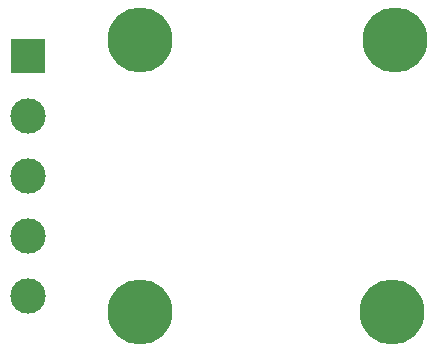
<source format=gbs>
G04 #@! TF.GenerationSoftware,KiCad,Pcbnew,5.1.9-73d0e3b20d~88~ubuntu20.04.1*
G04 #@! TF.CreationDate,2021-08-23T08:34:32+03:00*
G04 #@! TF.ProjectId,multirange_adapter,6d756c74-6972-4616-9e67-655f61646170,rev?*
G04 #@! TF.SameCoordinates,Original*
G04 #@! TF.FileFunction,Soldermask,Bot*
G04 #@! TF.FilePolarity,Negative*
%FSLAX46Y46*%
G04 Gerber Fmt 4.6, Leading zero omitted, Abs format (unit mm)*
G04 Created by KiCad (PCBNEW 5.1.9-73d0e3b20d~88~ubuntu20.04.1) date 2021-08-23 08:34:32*
%MOMM*%
%LPD*%
G01*
G04 APERTURE LIST*
%ADD10C,5.500000*%
%ADD11C,3.000000*%
%ADD12R,3.000000X3.000000*%
G04 APERTURE END LIST*
D10*
G04 #@! TO.C,H4*
X107300000Y-114500000D03*
G04 #@! TD*
G04 #@! TO.C,H3*
X107600000Y-91500000D03*
G04 #@! TD*
G04 #@! TO.C,H2*
X86000000Y-114500000D03*
G04 #@! TD*
G04 #@! TO.C,H1*
X86000000Y-91500000D03*
G04 #@! TD*
D11*
G04 #@! TO.C,J1*
X76500000Y-113120000D03*
X76500000Y-108040000D03*
D12*
X76500000Y-92800000D03*
D11*
X76500000Y-102960000D03*
X76500000Y-97880000D03*
G04 #@! TD*
M02*

</source>
